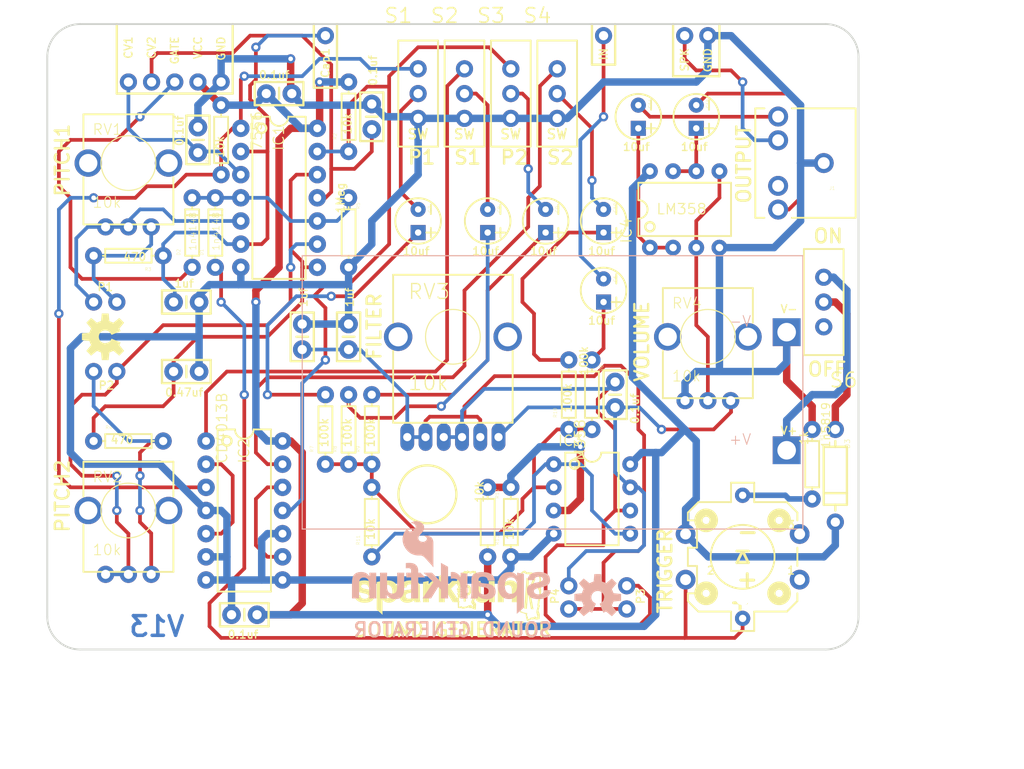
<source format=kicad_pcb>
(kicad_pcb (version 20211014) (generator pcbnew)
  (layers (0 "F.Cu" signal) (31 "B.Cu" signal) (34 "B.Paste" user) (35 "F.Paste" user) (36 "B.SilkS" user "B.Silkscreen") (37 "F.SilkS" user "F.Silkscreen") (38 "B.Mask" user) (39 "F.Mask" user) (44 "Edge.Cuts" user))
  (net 0 "")
  (net 1 "GND")
  (net 2 "VBATT")
  (net 3 "VREF")
  (net 4 "VCC")
  (net 5 "N$3")
  (net 6 "VCAP1")
  (net 7 "N$8")
  (net 8 "N$12")
  (net 9 "SUB1")
  (net 10 "SUB2")
  (net 11 "N$26")
  (net 12 "N$27")
  (net 13 "FILT-OUT")
  (net 14 "N$31")
  (net 15 "N$33")
  (net 16 "N$14")
  (net 17 "N$16")
  (net 18 "N$17")
  (net 19 "N$25")
  (net 20 "N$30")
  (net 21 "N")
  (net 22 "N$13")
  (net 23 "N$18")
  (net 24 "N$19")
  (net 25 "N$20")
  (net 26 "N$21")
  (net 27 "N$22")
  (net 28 "N$23")
  (net 29 "N$24")
  (net 30 "N$28")
  (net 31 "N$29")
  (net 32 "N$10")
  (net 33 "N$11")
  (net 34 "PITCH1")
  (net 35 "PITCH2")
  (net 36 "VCC1")
  (net 37 "VCC2")
  (net 38 "N$7")
  (net 39 "N$9")
  (net 40 "N$1")
  (net 41 "N$4")
  (net 42 "BUTTON")
  (net 43 "POT1")
  (net 44 "POT2")
  (footprint "boardEagle:1X01NS" (layer "F.Cu") (at 120.5611 77.0636)
    (fp_text reference "JP16" hide)
    (fp_text value "VCC" hide)
  )
  (footprint "boardEagle:STAND-OFF" (layer "F.Cu") (at 107.8611 74.5236)
    (fp_text reference "STANDOFF3" hide)
    (fp_text value "STAND-OFF" hide)
  )
  (footprint "boardEagle:1X01NS" (layer "F.Cu") (at 112.9411 77.0636)
    (fp_text reference "JP1" hide)
    (fp_text value "CV1" hide)
  )
  (footprint "boardEagle:AXIAL-0.3EZ" (layer "F.Cu") (at 163.7411 111.3536 -90)
    (fp_text reference "R6")
    (fp_text value "100k")
  )
  (footprint "boardEagle:DIODE-1N4148-KIT" (layer "F.Cu") (at 122.4661 93.5736 90)
    (fp_text reference "D1")
    (fp_text value "1n4148")
  )
  (footprint "boardEagle:POT_PANASONIC_DUAL_VERT_KIT" (layer "F.Cu") (at 148.5011 105.0036 -90)
    (fp_text reference "RV3")
    (fp_text value "10k")
  )
  (footprint "boardEagle:1X01NS" (layer "F.Cu") (at 109.1311 101.1936)
    (fp_text reference "JP3" hide)
    (fp_text value "P1" hide)
  )
  (footprint "boardEagle:CREATIVE_COMMONS" (layer "F.Cu") (at 128.1811 151.9936)
    (fp_text reference "FRAME1" hide)
    (fp_text value "FRAME-LEDGER" hide)
  )
  (footprint "boardEagle:1X01NS" (layer "F.Cu") (at 173.9011 71.9836 90)
    (fp_text reference "JP14" hide)
    (fp_text value "SPK" hide)
  )
  (footprint "boardEagle:STAND-OFF" (layer "F.Cu") (at 189.1411 74.5236)
    (fp_text reference "STANDOFF4" hide)
    (fp_text value "STAND-OFF" hide)
  )
  (footprint "boardEagle:1X01NS" (layer "F.Cu") (at 115.4811 77.0636)
    (fp_text reference "JP2" hide)
    (fp_text value "CV2" hide)
  )
  (footprint "boardEagle:ALPS_POT_KIT" (layer "F.Cu") (at 176.4411 105.0036 -90)
    (fp_text reference "RV4")
    (fp_text value "10k")
  )
  (footprint "boardEagle:CAP-PTH-SMALL-KIT" (layer "F.Cu") (at 166.2811 111.3536 -90)
    (fp_text reference "C11" hide)
    (fp_text value ".1uf" hide)
  )
  (footprint "boardEagle:AXIAL-0.3EZ" (layer "F.Cu") (at 139.6111 125.3236 90)
    (fp_text reference "R11")
    (fp_text value "10k")
  )
  (footprint "boardEagle:SWITCH-SPDT_KIT" (layer "F.Cu") (at 144.6911 78.3336)
    (fp_text reference "S1")
    (fp_text value "SPDT")
  )
  (footprint "boardEagle:1X01NS" (layer "F.Cu") (at 165.0111 71.9836)
    (fp_text reference "JP9" hide)
    (fp_text value "IN" hide)
  )
  (footprint "boardEagle:CPOL-RADIAL-10UF-25V-KIT" (layer "F.Cu") (at 152.3111 92.3036 -90)
    (fp_text reference "C8")
    (fp_text value "10uf/25V")
  )
  (footprint "boardEagle:DIP08-KIT" (layer "F.Cu") (at 163.7411 122.7836 -90)
    (fp_text reference "IC3")
    (fp_text value "LM358")
  )
  (footprint "boardEagle:AXIAL-0.3EZ" (layer "F.Cu") (at 134.5311 115.1636 90)
    (fp_text reference "R7")
    (fp_text value "100k")
  )
  (footprint "boardEagle:CPOL-RADIAL-10UF-25V-KIT" (layer "F.Cu") (at 168.8211 80.8736 -90)
    (fp_text reference "C14")
    (fp_text value "10uf/25V")
  )
  (footprint "boardEagle:1X01NS" (layer "F.Cu") (at 167.5511 134.8486 180)
    (fp_text reference "JP11" hide)
    (fp_text value "P3" hide)
  )
  (footprint "boardEagle:AXIAL-0.3EZ" (layer "F.Cu") (at 112.9411 116.4336)
    (fp_text reference "R4")
    (fp_text value "470")
  )
  (footprint "boardEagle:1X01NS" (layer "F.Cu") (at 123.1011 77.0636)
    (fp_text reference "JP17" hide)
    (fp_text value "GND" hide)
  )
  (footprint "boardEagle:DIODE-1N4148-KIT" (layer "F.Cu") (at 119.9261 93.5736 90)
    (fp_text reference "D2")
    (fp_text value "1n4148")
  )
  (footprint "boardEagle:STAND-OFF" (layer "F.Cu") (at 107.8611 135.4836)
    (fp_text reference "STANDOFF1" hide)
    (fp_text value "STAND-OFF" hide)
  )
  (footprint "boardEagle:TACTILE-PTH-LED-12MM-EZ" (layer "F.Cu") (at 180.2511 129.1336 180)
    (fp_text reference "S5" hide)
    (fp_text value "SWITCH-MOMENTARY-LEDEZ" hide)
  )
  (footprint "boardEagle:SWITCH-SPDT_KIT" (layer "F.Cu") (at 189.1411 101.1936 180)
    (fp_text reference "S6")
    (fp_text value "SPDT")
  )
  (footprint "boardEagle:AXIAL-0.3EZ" (layer "F.Cu") (at 187.8711 118.9736 -90)
    (fp_text reference "R14")
    (fp_text value "1k")
  )
  (footprint "boardEagle:CAP-PTH-SMALL-KIT" (layer "F.Cu") (at 131.9911 105.0036 -90)
    (fp_text reference "C12" hide)
    (fp_text value "1uf" hide)
  )
  (footprint "boardEagle:1X01NS" (layer "F.Cu") (at 176.4411 71.9836)
    (fp_text reference "JP15" hide)
    (fp_text value "GND" hide)
  )
  (footprint "boardEagle:CPOL-RADIAL-10UF-25V-KIT" (layer "F.Cu") (at 144.6911 92.3036 -90)
    (fp_text reference "C7")
    (fp_text value "10uf/25V")
  )
  (footprint "boardEagle:CPOL-RADIAL-10UF-25V-KIT" (layer "F.Cu") (at 158.6611 92.3036 -90)
    (fp_text reference "C9")
    (fp_text value "10uf/25V")
  )
  (footprint "boardEagle:CAP-PTH-SMALL-KIT" (layer "F.Cu") (at 129.4511 78.3336)
    (fp_text reference "C5" hide)
    (fp_text value ".1uf" hide)
  )
  (footprint "boardEagle:ALPS_POT_KIT" (layer "F.Cu") (at 112.9411 85.9536 -90)
    (fp_text reference "RV1")
    (fp_text value "10k")
  )
  (footprint "boardEagle:1X01NS" (layer "F.Cu") (at 111.6711 108.8136)
    (fp_text reference "JP5" hide)
    (fp_text value "P2" hide)
  )
  (footprint "boardEagle:AUDIO-JACK-KIT" (layer "F.Cu") (at 189.1411 85.9536 180)
    (fp_text reference "J1")
    (fp_text value "AUDIO-JACK2KIT")
  )
  (footprint "boardEagle:DIL14-KIT" (layer "F.Cu") (at 125.6411 125.3236 -90)
    (fp_text reference "IC2")
    (fp_text value "CD4013B")
  )
  (footprint "boardEagle:CAP-PTH-SMALL-KIT" (layer "F.Cu") (at 120.5611 83.4136 90)
    (fp_text reference "C1" hide)
    (fp_text value ".1uf" hide)
  )
  (footprint "boardEagle:1X01NS" (layer "F.Cu") (at 118.0211 77.0636)
    (fp_text reference "JP8" hide)
    (fp_text value "GATE" hide)
  )
  (footprint "boardEagle:DIODE-1N4001-KIT" (layer "F.Cu") (at 190.4111 120.2436 -90)
    (fp_text reference "D3")
    (fp_text value "1n5819")
  )
  (footprint "boardEagle:AXIAL-0.3EZ" (layer "F.Cu") (at 154.8511 125.3236 90)
    (fp_text reference "R13")
    (fp_text value "10k")
  )
  (footprint "boardEagle:CAP-PTH-SMALL-KIT" (layer "F.Cu") (at 119.2911 101.1936 180)
    (fp_text reference "C3" hide)
    (fp_text value "1uf" hide)
  )
  (footprint "boardEagle:AXIAL-0.3EZ" (layer "F.Cu") (at 152.3111 125.3236 -90)
    (fp_text reference "R12")
    (fp_text value "10k")
  )
  (footprint "boardEagle:CAP-PTH-SMALL-KIT" (layer "F.Cu") (at 119.2911 108.8136)
    (fp_text reference "C4" hide)
    (fp_text value ".47uf" hide)
  )
  (footprint "boardEagle:CPOL-RADIAL-10UF-25V-KIT" (layer "F.Cu") (at 165.0111 92.3036 -90)
    (fp_text reference "C10")
    (fp_text value "10uf/25V")
  )
  (footprint "boardEagle:1X01NS" (layer "F.Cu") (at 161.2011 132.3086 180)
    (fp_text reference "JP13" hide)
    (fp_text value "P4" hide)
  )
  (footprint "boardEagle:CPOL-RADIAL-10UF-25V-KIT" (layer "F.Cu") (at 165.0111 99.9236 -90)
    (fp_text reference "C6")
    (fp_text value "10uf/25V")
  )
  (footprint "boardEagle:SWITCH-SPDT_KIT" (layer "F.Cu") (at 159.9311 78.3336)
    (fp_text reference "S4")
    (fp_text value "SPDT")
  )
  (footprint "boardEagle:AXIAL-0.3EZ" (layer "F.Cu") (at 137.0711 115.1636 90)
    (fp_text reference "R8")
    (fp_text value "100k")
  )
  (footprint "boardEagle:AXIAL-0.3EZ" (layer "F.Cu") (at 139.6111 115.1636 90)
    (fp_text reference "R9")
    (fp_text value "100k")
  )
  (footprint "boardEagle:SPARKPUNK_LOGO_.1" (layer "F.Cu") (at 137.7061 134.2136)
    (fp_text reference "LOGO2" hide)
    (fp_text value "SPARKPUNK_LOGO.1INCH_TALL" hide)
  )
  (footprint "boardEagle:CAP-PTH-SMALL-KIT" (layer "F.Cu") (at 137.0711 105.0036 90)
    (fp_text reference "C13" hide)
    (fp_text value "1uf" hide)
  )
  (footprint "boardEagle:OSHW-LOGO-M" (layer "F.Cu") (at 110.4011 105.0036 90)
    (fp_text reference "LOGO3" hide)
    (fp_text value "OSHW-LOGOM" hide)
  )
  (footprint "boardEagle:AXIAL-0.3EZ" (layer "F.Cu") (at 137.0711 80.8736 90)
    (fp_text reference "R2")
    (fp_text value "10k")
  )
  (footprint "boardEagle:AXIAL-0.3EZ" (layer "F.Cu") (at 123.1011 83.4136 90)
    (fp_text reference "R1")
    (fp_text value "10k")
  )
  (footprint "boardEagle:CPOL-RADIAL-10UF-25V-KIT" (layer "F.Cu") (at 175.1711 80.8736 -90)
    (fp_text reference "C15")
    (fp_text value "10uf/25V")
  )
  (footprint "boardEagle:ALPS_POT_KIT" (layer "F.Cu") (at 112.9411 124.0536 -90)
    (fp_text reference "RV2")
    (fp_text value "10k")
  )
  (footprint "boardEagle:AXIAL-0.3EZ" (layer "F.Cu") (at 161.2011 111.3536 90)
    (fp_text reference "R10")
    (fp_text value "100k")
  )
  (footprint "boardEagle:AXIAL-0.3EZ" (layer "F.Cu") (at 137.0711 93.5736 -90)
    (fp_text reference "R5")
    (fp_text value "1Meg")
  )
  (footprint "boardEagle:1X01NS" (layer "F.Cu") (at 109.1311 108.8136)
    (fp_text reference "JP6" hide)
    (fp_text value "P2" hide)
  )
  (footprint "boardEagle:CAP-PTH-SMALL-KIT" (layer "F.Cu") (at 139.6111 80.8736 90)
    (fp_text reference "C2" hide)
    (fp_text value ".1uf" hide)
  )
  (footprint "boardEagle:AXIAL-0.3EZ" (layer "F.Cu") (at 112.9411 96.1136 180)
    (fp_text reference "R3")
    (fp_text value "470")
  )
  (footprint "boardEagle:SWITCH-SPDT_KIT" (layer "F.Cu") (at 149.7711 78.3336)
    (fp_text reference "S2")
    (fp_text value "SPDT")
  )
  (footprint "boardEagle:DIL14-KIT" (layer "F.Cu") (at 129.4511 91.0336 -90)
    (fp_text reference "IC1")
    (fp_text value "7556")
  )
  (footprint "boardEagle:1X01NS" (layer "F.Cu") (at 167.5511 132.3086 180)
    (fp_text reference "JP10" hide)
    (fp_text value "P3" hide)
  )
  (footprint "boardEagle:1X01NS" (layer "F.Cu") (at 134.5311 71.9836)
    (fp_text reference "JP7" hide)
    (fp_text value "CAP1" hide)
  )
  (footprint "boardEagle:1X01NS" (layer "F.Cu") (at 161.2011 134.8486 180)
    (fp_text reference "JP12" hide)
    (fp_text value "P4" hide)
  )
  (footprint "boardEagle:SWITCH-SPDT_KIT" (layer "F.Cu") (at 154.8511 78.3336)
    (fp_text reference "S3")
    (fp_text value "SPDT")
  )
  (footprint "boardEagle:CAP-PTH-SMALL-KIT" (layer "F.Cu") (at 125.6411 135.4836 180)
    (fp_text reference "C16" hide)
    (fp_text value ".1uf" hide)
  )
  (footprint "boardEagle:1X01NS" (layer "F.Cu") (at 111.6711 101.1936)
    (fp_text reference "JP4" hide)
    (fp_text value "P1" hide)
  )
  (footprint "boardEagle:STAND-OFF" (layer "F.Cu") (at 189.1411 135.4836)
    (fp_text reference "STANDOFF2" hide)
    (fp_text value "STAND-OFF" hide)
  )
  (footprint "boardEagle:DIP08-KIT" (layer "F.Cu") (at 173.9011 91.0336)
    (fp_text reference "IC4")
    (fp_text value "LM358")
  )
  (footprint "boardEagle:BC9VPC_KIT" (layer "B.Cu") (at 131.9911 96.1136)
    (fp_text reference "BAT1" hide)
    (fp_text value "9V" hide)
  )
  (footprint "boardEagle:OSHW-LOGO-M" (layer "B.Cu") (at 164.3761 133.5786 180)
    (fp_text reference "LOGO4" hide)
    (fp_text value "OSHW-LOGOM" hide)
  )
  (footprint "boardEagle:SFE_LOGO_NAME_FLAME_.2" (layer "B.Cu") (at 159.9311 135.4836 180)
    (fp_text reference "LOGO1" hide)
    (fp_text value "SFE_LOGO_NAME_FLAME.2_INCH" hide)
  )
  (gr_line (start 124.3711 78.3336) (end 124.3711 70.7136) (layer "F.SilkS") (width 0.254))
  (gr_line (start 172.6311 76.4286) (end 177.7111 76.4286) (layer "F.SilkS") (width 0.254))
  (gr_circle (center 145.7071 122.2756) (end 148.8821 122.2756) (layer "F.SilkS") (width 0.254) (fill none))
  (gr_line (start 111.6711 70.7136) (end 111.6711 78.3336) (layer "F.SilkS") (width 0.254))
  (gr_line (start 133.2611 77.6986) (end 135.8011 77.6986) (layer "F.SilkS") (width 0.254))
  (gr_line (start 133.2611 70.7136) (end 133.2611 77.6986) (layer "F.SilkS") (width 0.254))
  (gr_line (start 163.7411 70.7136) (end 163.7411 75.1586) (layer "F.SilkS") (width 0.254))
  (gr_line (start 177.7111 76.4286) (end 177.7111 70.7136) (layer "F.SilkS") (width 0.254))
  (gr_line (start 172.6311 70.7136) (end 172.6311 76.4286) (layer "F.SilkS") (width 0.254))
  (gr_line (start 111.6711 78.3336) (end 124.3711 78.3336) (layer "F.SilkS") (width 0.254))
  (gr_line (start 166.2811 70.7136) (end 166.2811 75.1586) (layer "F.SilkS") (width 0.254))
  (gr_line (start 163.7411 75.1586) (end 166.2811 75.1586) (layer "F.SilkS") (width 0.254))
  (gr_line (start 135.8011 70.7136) (end 135.8011 77.6986) (layer "F.SilkS") (width 0.254))
  (gr_arc (start 107.6432 139.2936) (mid 105.103202 138.241498) (end 104.0511 135.7015) (layer "Edge.Cuts") (width 0.2032))
  (gr_line (start 107.6432 139.2936) (end 189.359 139.2936) (layer "Edge.Cuts") (width 0.2032))
  (gr_arc (start 189.359 70.7136) (mid 191.898998 71.765702) (end 192.9511 74.3057) (layer "Edge.Cuts") (width 0.2032))
  (gr_line (start 189.359 70.7136) (end 107.6432 70.7136) (layer "Edge.Cuts") (width 0.2032))
  (gr_arc (start 104.0511 74.3057) (mid 105.103202 71.765702) (end 107.6432 70.7136) (layer "Edge.Cuts") (width 0.2032))
  (gr_line (start 104.0511 74.3057) (end 104.0511 135.7015) (layer "Edge.Cuts") (width 0.2032))
  (gr_arc (start 192.9511 135.7015) (mid 191.898998 138.241498) (end 189.359 139.2936) (layer "Edge.Cuts") (width 0.2032))
  (gr_line (start 192.9511 135.7015) (end 192.9511 74.3057) (layer "Edge.Cuts") (width 0.2032))
  (gr_text "V13" (at 119.2911 138.0236) (layer "B.Cu") (effects (font (size 2.159 2.159) (thickness 0.381)) (justify left bottom mirror)))
  (gr_text "SOUND GENERATOR" (at 148.5011 138.0236) (layer "B.SilkS") (effects (font (size 1.5113 1.5113) (thickness 0.2667)) (justify bottom mirror)))
  (gr_text "10uf" (at 163.2331 96.1136) (layer "F.SilkS") (effects (font (size 0.8636 0.8636) (thickness 0.1524)) (justify left bottom)))
  (gr_text "10uf" (at 156.8831 96.1136) (layer "F.SilkS") (effects (font (size 0.8636 0.8636) (thickness 0.1524)) (justify left bottom)))
  (gr_text "P4" (at 160.1851 133.4516 90) (layer "F.SilkS") (effects (font (size 0.8636 0.8636) (thickness 0.1524)) (justify bottom)))
  (gr_text "SOUND GENERATOR" (at 148.5011 138.0236) (layer "F.SilkS") (effects (font (size 1.5113 1.5113) (thickness 0.2667)) (justify bottom)))
  (gr_text "0.47uf" (at 116.8781 111.6076) (layer "F.SilkS") (effects (font (size 0.8636 0.8636) (thickness 0.1524)) (justify left bottom)))
  (gr_text "V+" (at 185.3311 115.7986) (layer "F.SilkS") (effects (font (size 0.8636 0.8636) (thickness 0.1524)) (justify bottom)))
  (gr_text "Cap1" (at 134.5311 73.2536 90) (layer "F.SilkS") (effects (font (size 0.8636 0.8636) (thickness 0.1524)) (justify right)))
  (gr_text "0.1uf" (at 168.9481 114.6556 90) (layer "F.SilkS") (effects (font (size 0.8636 0.8636) (thickness 0.1524)) (justify left bottom)))
  (gr_text "P2" (at 153.5811 86.2076) (layer "F.SilkS") (effects (font (size 1.5113 1.5113) (thickness 0.2667)) (justify left bottom)))
  (gr_text "V-" (at 185.3311 102.4636) (layer "F.SilkS") (effects (font (size 0.8636 0.8636) (thickness 0.1524)) (justify bottom)))
  (gr_text "TRIGGER" (at 172.6311 135.4836 90) (layer "F.SilkS") (effects (font (size 1.5113 1.5113) (thickness 0.2667)) (justify left bottom)))
  (gr_text "1uf" (at 137.7061 101.8286 90) (layer "F.SilkS") (effects (font (size 0.8636 0.8636) (thickness 0.1524)) (justify left bottom)))
  (gr_text "PITCH2" (at 106.5911 126.5936 90) (layer "F.SilkS") (effects (font (size 1.5113 1.5113) (thickness 0.2667)) (justify left bottom)))
  (gr_text "VOLUME" (at 170.0911 110.0836 90) (layer "F.SilkS") (effects (font (size 1.5113 1.5113) (thickness 0.2667)) (justify left bottom)))
  (gr_text "GND" (at 176.4411 73.2536 90) (layer "F.SilkS") (effects (font (size 0.8636 0.8636) (thickness 0.1524)) (justify right)))
  (gr_text "1uf" (at 117.8941 99.6696) (layer "F.SilkS") (effects (font (size 0.8636 0.8636) (thickness 0.1524)) (justify left bottom)))
  (gr_text "P1" (at 110.4011 100.0506) (layer "F.SilkS") (effects (font (size 0.8636 0.8636) (thickness 0.1524)) (justify bottom)))
  (gr_text "1uf" (at 132.6261 101.8286 90) (layer "F.SilkS") (effects (font (size 0.8636 0.8636) (thickness 0.1524)) (justify left bottom)))
  (gr_text "P3" (at 169.5831 133.4516 90) (layer "F.SilkS") (effects (font (size 0.8636 0.8636) (thickness 0.1524)) (justify bottom)))
  (gr_text "P2" (at 110.5281 110.8456) (layer "F.SilkS") (effects (font (size 0.8636 0.8636) (thickness 0.1524)) (justify bottom)))
  (gr_text "10uf" (at 163.2331 103.7336) (layer "F.SilkS") (effects (font (size 0.8636 0.8636) (thickness 0.1524)) (justify left bottom)))
  (gr_text "SW" (at 143.4211 83.4136) (layer "F.SilkS") (effects (font (size 1.0795 1.0795) (thickness 0.1905)) (justify left bottom)))
  (gr_text "P1" (at 143.4211 86.2076) (layer "F.SilkS") (effects (font (size 1.5113 1.5113) (thickness 0.2667)) (justify left bottom)))
  (gr_text "10uf" (at 150.5331 96.1136) (layer "F.SilkS") (effects (font (size 0.8636 0.8636) (thickness 0.1524)) (justify left bottom)))
  (gr_text "OFF" (at 187.2361 109.4486) (layer "F.SilkS") (effects (font (size 1.5113 1.5113) (thickness 0.2667)) (justify left bottom)))
  (gr_text "ON" (at 187.8711 94.8436) (layer "F.SilkS") (effects (font (size 1.5113 1.5113) (thickness 0.2667)) (justify left bottom)))
  (gr_text "0.1uf" (at 140.2461 77.5716 90) (layer "F.SilkS") (effects (font (size 0.8636 0.8636) (thickness 0.1524)) (justify left bottom)))
  (gr_text "SPK" (at 173.9011 73.2536 90) (layer "F.SilkS") (effects (font (size 0.8636 0.8636) (thickness 0.1524)) (justify right)))
  (gr_text "GND" (at 123.1011 71.9836 90) (layer "F.SilkS") (effects (font (size 0.8636 0.8636) (thickness 0.1524)) (justify right)))
  (gr_text "10uf" (at 142.9131 96.1136) (layer "F.SilkS") (effects (font (size 0.8636 0.8636) (thickness 0.1524)) (justify left bottom)))
  (gr_text "IN" (at 165.0111 73.2536 90) (layer "F.SilkS") (effects (font (size 0.8636 0.8636) (thickness 0.1524)) (justify right)))
  (gr_text "S2" (at 158.6611 86.2076) (layer "F.SilkS") (effects (font (size 1.5113 1.5113) (thickness 0.2667)) (justify left bottom)))
  (gr_text "SW" (at 153.5811 83.4136) (layer "F.SilkS") (effects (font (size 1.0795 1.0795) (thickness 0.1905)) (justify left bottom)))
  (gr_text "GATE" (at 118.0211 71.9836 90) (layer "F.SilkS") (effects (font (size 0.8636 0.8636) (thickness 0.1524)) (justify right)))
  (gr_text "10uf" (at 173.3931 84.6836) (layer "F.SilkS") (effects (font (size 0.8636 0.8636) (thickness 0.1524)) (justify left bottom)))
  (gr_text "0.1uf" (at 127.1651 76.8096) (layer "F.SilkS") (effects (font (size 0.8636 0.8636) (thickness 0.1524)) (justify left bottom)))
  (gr_text "SW" (at 148.5011 83.4136) (layer "F.SilkS") (effects (font (size 1.0795 1.0795) (thickness 0.1905)) (justify left bottom)))
  (gr_text "OUTPUT" (at 181.2671 90.5256 90) (layer "F.SilkS") (effects (font (size 1.5113 1.5113) (thickness 0.2667)) (justify left bottom)))
  (gr_text "SW" (at 158.6611 83.4136) (layer "F.SilkS") (effects (font (size 1.0795 1.0795) (thickness 0.1905)) (justify left bottom)))
  (gr_text "S1" (at 148.5011 86.2076) (layer "F.SilkS") (effects (font (size 1.5113 1.5113) (thickness 0.2667)) (justify left bottom)))
  (gr_text "10uf" (at 167.0431 84.6836) (layer "F.SilkS") (effects (font (size 0.8636 0.8636) (thickness 0.1524)) (justify left bottom)))
  (gr_text "FILTER" (at 140.7541 107.6706 90) (layer "F.SilkS") (effects (font (size 1.5113 1.5113) (thickness 0.2667)) (justify left bottom)))
  (gr_text "CV2" (at 115.4811 71.9836 90) (layer "F.SilkS") (effects (font (size 0.8636 0.8636) (thickness 0.1524)) (justify right)))
  (gr_text "0.1uf" (at 123.7361 138.1506) (layer "F.SilkS") (effects (font (size 0.8636 0.8636) (thickness 0.1524)) (justify left bottom)))
  (gr_text "0.1uf" (at 119.0371 84.1756 90) (layer "F.SilkS") (effects (font (size 0.8636 0.8636) (thickness 0.1524)) (justify left bottom)))
  (gr_text "CV1" (at 112.9411 71.9836 90) (layer "F.SilkS") (effects (font (size 0.8636 0.8636) (thickness 0.1524)) (justify right)))
  (gr_text "PITCH1" (at 106.5911 89.7636 90) (layer "F.SilkS") (effects (font (size 1.5113 1.5113) (thickness 0.2667)) (justify left bottom)))
  (gr_text "VCC" (at 120.5611 71.9836 90) (layer "F.SilkS") (effects (font (size 0.8636 0.8636) (thickness 0.1524)) (justify right)))
  (segment (start 130.8481 78.3336) (end 130.7211 78.2066) (width 0.4064) (layer "F.Cu") (net 1))
  (segment (start 185.0771 109.8296) (end 185.0771 104.4956) (width 0.8128) (layer "F.Cu") (net 1))
  (segment (start 185.0771 109.8296) (end 187.8711 112.6236) (width 0.8128) (layer "F.Cu") (net 1))
  (segment (start 187.8711 115.1636) (end 187.8711 112.6236) (width 0.8128) (layer "F.Cu") (net 1))
  (segment (start 130.7211 78.2066) (end 130.7211 74.5236) (width 0.8128) (layer "F.Cu") (net 1))
  (via (at 130.7211 74.5236) (size 1.016) (drill 0.508) (layers "F.Cu" "B.Cu") (net 1))
  (segment (start 125.0061 99.2886) (end 137.0711 99.2886) (width 0.8128) (layer "B.Cu") (net 1))
  (segment (start 141.0081 80.8736) (end 144.5133 80.8736) (width 0.8128) (layer "B.Cu") (net 1))
  (segment (start 124.3711 131.6736) (end 127.5461 131.6736) (width 0.8128) (layer "B.Cu") (net 1))
  (segment (start 123.7361 124.6886) (end 123.1011 124.0536) (width 0.8128) (layer "B.Cu") (net 1))
  (segment (start 177.7111 108.8136) (end 184.0611 108.8136) (width 0.8128) (layer "B.Cu") (net 1))
  (segment (start 178.9811 71.9836) (end 186.6011 79.6036) (width 0.8128) (layer "B.Cu") (net 1))
  (segment (start 123.7361 131.6736) (end 123.7361 129.1336) (width 0.8128) (layer "B.Cu") (net 1))
  (segment (start 120.5611 79.6036) (end 123.1011 77.0636) (width 0.8128) (layer "B.Cu") (net 1))
  (segment (start 120.6881 101.1936) (end 120.6881 105.0036) (width 0.8128) (layer "B.Cu") (net 1))
  (segment (start 106.5911 117.7036) (end 106.5911 106.2736) (width 0.8128) (layer "B.Cu") (net 1))
  (segment (start 121.4501 129.1336) (end 123.7361 129.1336) (width 0.8128) (layer "B.Cu") (net 1))
  (segment (start 124.2441 131.8006) (end 124.3711 131.6736) (width 0.6096) (layer "B.Cu") (net 1))
  (segment (start 154.8511 81.0514) (end 159.9311 81.0514) (width 0.8128) (layer "B.Cu") (net 1))
  (segment (start 177.7111 95.2246) (end 177.7111 108.8136) (width 0.8128) (layer "B.Cu") (net 1))
  (segment (start 137.0711 99.2886) (end 137.0711 103.6066) (width 0.8128) (layer "B.Cu") (net 1))
  (segment (start 121.4501 131.6736) (end 123.7361 131.6736) (width 0.8128) (layer "B.Cu") (net 1))
  (segment (start 139.6111 94.8436) (end 137.0711 97.3836) (width 0.8128) (layer "B.Cu") (net 1))
  (segment (start 120.6881 101.1936) (end 120.6881 100.4316) (width 0.8128) (layer "B.Cu") (net 1))
  (segment (start 123.1011 124.0536) (end 121.4501 124.0536) (width 0.8128) (layer "B.Cu") (net 1))
  (segment (start 130.8481 78.4606) (end 131.9911 79.6036) (width 0.8128) (layer "B.Cu") (net 1))
  (segment (start 175.1711 77.0636) (end 176.4411 75.7936) (width 0.8128) (layer "B.Cu") (net 1))
  (segment (start 176.4411 71.9836) (end 178.9811 71.9836) (width 0.8128) (layer "B.Cu") (net 1))
  (segment (start 107.8611 118.9736) (end 106.5911 117.7036) (width 0.8128) (layer "B.Cu") (net 1))
  (segment (start 125.2601 97.3836) (end 125.2601 99.0346) (width 0.8128) (layer "B.Cu") (net 1))
  (segment (start 159.5501 126.5936) (end 157.0101 129.1336) (width 0.8128) (layer "B.Cu") (net 1))
  (segment (start 144.6911 81.0514) (end 149.7711 81.0514) (width 0.8128) (layer "B.Cu") (net 1))
  (segment (start 159.9311 81.0514) (end 161.0233 81.0514) (width 0.8128) (layer "B.Cu") (net 1))
  (segment (start 131.9911 103.6066) (end 137.0711 103.6066) (width 0.8128) (layer "B.Cu") (net 1))
  (segment (start 186.6011 92.3036) (end 186.6011 85.9536) (width 0.8128) (layer "B.Cu") (net 1))
  (segment (start 144.6911 81.0514) (end 144.5133 80.8736) (width 0.6096) (layer "B.Cu") (net 1))
  (segment (start 139.6111 79.4766) (end 139.4841 79.6036) (width 0.8128) (layer "B.Cu") (net 1))
  (segment (start 107.8611 105.0036) (end 120.6881 105.0036) (width 0.8128) (layer "B.Cu") (net 1))
  (segment (start 176.4411 75.7936) (end 176.4411 71.9836) (width 0.8128) (layer "B.Cu") (net 1))
  (segment (start 144.6911 81.0514) (end 144.6911 87.2236) (width 0.8128) (layer "B.Cu") (net 1))
  (segment (start 137.0711 97.3836) (end 137.0711 99.2886) (width 0.8128) (layer "B.Cu") (net 1))
  (segment (start 120.6881 100.4316) (end 121.8311 99.2886) (width 0.8128) (layer "B.Cu") (net 1))
  (segment (start 144.6911 87.2236) (end 139.6111 92.3036) (width 0.8128) (layer "B.Cu") (net 1))
  (segment (start 120.6881 105.0036) (end 120.6881 108.8136) (width 0.8128) (layer "B.Cu") (net 1))
  (segment (start 106.5911 106.2736) (end 107.8611 105.0036) (width 0.8128) (layer "B.Cu") (net 1))
  (segment (start 129.8321 131.6736) (end 153.5811 131.6736) (width 0.8128) (layer "B.Cu") (net 1))
  (segment (start 165.0111 77.0636) (end 175.1711 77.0636) (width 0.8128) (layer "B.Cu") (net 1))
  (segment (start 186.6011 79.6036) (end 186.6011 85.9536) (width 0.8128) (layer "B.Cu") (net 1))
  (segment (start 125.2601 99.0346) (end 125.0061 99.2886) (width 0.8128) (layer "B.Cu") (net 1))
  (segment (start 128.1811 126.5936) (end 129.8321 126.5936) (width 0.8128) (layer "B.Cu") (net 1))
  (segment (start 123.1011 74.5236) (end 130.7211 74.5236) (width 0.8128) (layer "B.Cu") (net 1))
  (segment (start 120.5611 82.0166) (end 120.5611 79.6036) (width 0.8128) (layer "B.Cu") (net 1))
  (segment (start 127.5461 127.2286) (end 128.1811 126.5936) (width 0.8128) (layer "B.Cu") (net 1))
  (segment (start 177.7111 95.2246) (end 183.6801 95.2246) (width 0.8128) (layer "B.Cu") (net 1))
  (segment (start 123.7361 131.6736) (end 124.3711 131.6736) (width 0.6096) (layer "B.Cu") (net 1))
  (segment (start 154.8511 129.1336) (end 154.8511 130.4036) (width 0.8128) (layer "B.Cu") (net 1))
  (segment (start 161.0233 81.0514) (end 165.0111 77.0636) (width 0.8128) (layer "B.Cu") (net 1))
  (segment (start 129.8321 131.6736) (end 127.5461 131.6736) (width 0.8128) (layer "B.Cu") (net 1))
  (segment (start 183.6801 95.2246) (end 186.6011 92.3036) (width 0.8128) (layer "B.Cu") (net 1))
  (segment (start 116.3701 118.9736) (end 121.4501 124.0536) (width 0.8128) (layer "B.Cu") (net 1))
  (segment (start 107.8611 118.9736) (end 116.3701 118.9736) (width 0.8128) (layer "B.Cu") (net 1))
  (segment (start 127.5461 131.6736) (end 127.5461 127.2286) (width 0.8128) (layer "B.Cu") (net 1))
  (segment (start 123.1011 74.5236) (end 123.1011 77.0636) (width 0.8128) (layer "B.Cu") (net 1))
  (segment (start 157.0101 129.1336) (end 154.8511 129.1336) (width 0.8128) (layer "B.Cu") (net 1))
  (segment (start 173.9411 110.0436) (end 175.1711 108.8136) (width 0.8128) (layer "B.Cu") (net 1))
  (segment (start 144.6911 81.0514) (end 144.6911 83.4136) (width 0.8128) (layer "B.Cu") (net 1))
  (segment (start 154.8511 130.4036) (end 153.5811 131.6736) (width 0.8128) (layer "B.Cu") (net 1))
  (segment (start 139.6111 79.4766) (end 141.0081 80.8736) (width 0.8128) (layer "B.Cu") (net 1))
  (segment (start 173.9411 112.0036) (end 173.9411 110.0436) (width 0.8128) (layer "B.Cu") (net 1))
  (segment (start 123.7361 129.1336) (end 123.7361 124.6886) (width 0.8128) (layer "B.Cu") (net 1))
  (segment (start 124.2441 135.4836) (end 124.2441 131.8006) (width 0.8128) (layer "B.Cu") (net 1))
  (segment (start 186.6011 85.9536) (end 189.1411 85.9536) (width 0.8128) (layer "B.Cu") (net 1))
  (segment (start 175.1711 108.8136) (end 177.7111 108.8136) (width 0.8128) (layer "B.Cu") (net 1))
  (segment (start 131.9911 79.6036) (end 139.4841 79.6036) (width 0.8128) (layer "B.Cu") (net 1))
  (segment (start 149.7711 81.0514) (end 154.8511 81.0514) (width 0.8128) (layer "B.Cu") (net 1))
  (segment (start 130.8481 78.3336) (end 130.8481 78.4606) (width 0.8128) (layer "B.Cu") (net 1))
  (segment (start 184.0611 108.8136) (end 185.0771 107.7976) (width 0.8128) (layer "B.Cu") (net 1))
  (segment (start 185.0771 107.7976) (end 185.0771 104.4956) (width 0.8128) (layer "B.Cu") (net 1))
  (segment (start 139.6111 92.3036) (end 139.6111 94.8436) (width 0.8128) (layer "B.Cu") (net 1))
  (segment (start 121.8311 99.2886) (end 125.0061 99.2886) (width 0.8128) (layer "B.Cu") (net 1))
  (segment (start 191.6811 99.9236) (end 191.6811 110.0836) (width 0.8128) (layer "B.Cu") (net 2))
  (segment (start 189.1411 98.4758) (end 190.2333 98.4758) (width 0.8128) (layer "B.Cu") (net 2))
  (segment (start 190.2333 98.4758) (end 191.6811 99.9236) (width 0.8128) (layer "B.Cu") (net 2))
  (segment (start 187.8711 111.3536) (end 190.4111 111.3536) (width 0.8128) (layer "B.Cu") (net 2))
  (segment (start 185.0771 114.1476) (end 187.8711 111.3536) (width 0.8128) (layer "B.Cu") (net 2))
  (segment (start 190.4111 111.3536) (end 191.6811 110.0836) (width 0.8128) (layer "B.Cu") (net 2))
  (segment (start 185.0771 117.4496) (end 185.0771 114.1476) (width 0.8128) (layer "B.Cu") (net 2))
  (segment (start 161.2011 124.0536) (end 159.5501 124.0536) (width 0.8128) (layer "F.Cu") (net 3))
  (segment (start 162.4711 117.0686) (end 162.4711 122.7836) (width 0.8128) (layer "F.Cu") (net 3))
  (segment (start 162.4711 122.7836) (end 161.2011 124.0536) (width 0.8128) (layer "F.Cu") (net 3))
  (segment (start 152.3111 121.5136) (end 154.8511 121.5136) (width 0.8128) (layer "F.Cu") (net 3))
  (via (at 162.4711 117.0686) (size 1.016) (drill 0.508) (layers "F.Cu" "B.Cu") (net 3))
  (segment (start 154.8511 120.2436) (end 158.0261 117.0686) (width 0.8128) (layer "B.Cu") (net 3))
  (segment (start 158.0261 117.0686) (end 162.4711 117.0686) (width 0.8128) (layer "B.Cu") (net 3))
  (segment (start 154.8511 121.5136) (end 154.8511 120.2436) (width 0.8128) (layer "B.Cu") (net 3))
  (segment (start 131.9911 117.7036) (end 131.9911 134.2136) (width 0.8128) (layer "F.Cu") (net 4))
  (segment (start 126.9111 99.9236) (end 129.4511 97.3836) (width 0.8128) (layer "F.Cu") (net 4))
  (segment (start 129.4511 97.3836) (end 129.4511 83.4136) (width 0.8128) (layer "F.Cu") (net 4))
  (segment (start 130.7211 82.1436) (end 133.6421 82.1436) (width 0.8128) (layer "F.Cu") (net 4))
  (segment (start 130.7211 135.4836) (end 127.0381 135.4836) (width 0.8128) (layer "F.Cu") (net 4))
  (segment (start 133.8961 81.8896) (end 133.6421 82.1436) (width 0.8128) (layer "F.Cu") (net 4))
  (segment (start 131.9911 134.2136) (end 130.7211 135.4836) (width 0.8128) (layer "F.Cu") (net 4))
  (segment (start 133.8961 77.0636) (end 133.8961 81.8896) (width 0.8128) (layer "F.Cu") (net 4))
  (segment (start 126.9111 101.1936) (end 126.9111 99.9236) (width 0.8128) (layer "F.Cu") (net 4))
  (segment (start 129.8321 116.4336) (end 130.7211 116.4336) (width 0.8128) (layer "F.Cu") (net 4))
  (segment (start 130.7211 116.4336) (end 131.9911 117.7036) (width 0.8128) (layer "F.Cu") (net 4))
  (segment (start 152.3111 129.1336) (end 152.3111 135.4836) (width 0.8128) (layer "F.Cu") (net 4))
  (segment (start 123.1011 79.6036) (end 120.5611 77.0636) (width 0.8128) (layer "F.Cu") (net 4))
  (segment (start 130.7211 82.1436) (end 129.4511 83.4136) (width 0.8128) (layer "F.Cu") (net 4))
  (via (at 126.9111 101.1936) (size 1.016) (drill 0.508) (layers "F.Cu" "B.Cu") (net 4))
  (via (at 133.8961 77.0636) (size 1.016) (drill 0.508) (layers "F.Cu" "B.Cu") (net 4))
  (via (at 152.3111 135.4836) (size 1.016) (drill 0.508) (layers "F.Cu" "B.Cu") (net 4))
  (segment (start 189.1411 129.1336) (end 176.5011 129.1336) (width 0.8128) (layer "B.Cu") (net 4))
  (segment (start 133.8961 77.0636) (end 137.0711 77.0636) (width 0.8128) (layer "B.Cu") (net 4))
  (segment (start 126.9111 115.1636) (end 126.9111 101.1936) (width 0.8128) (layer "B.Cu") (net 4))
  (segment (start 174.0011 123.8936) (end 175.1711 122.7236) (width 0.8128) (layer "B.Cu") (net 4))
  (segment (start 170.0911 86.8426) (end 168.1861 88.7476) (width 0.8128) (layer "B.Cu") (net 4))
  (segment (start 190.4111 127.8636) (end 189.1411 129.1336) (width 0.8128) (layer "B.Cu") (net 4))
  (segment (start 131.8641 82.1436) (end 133.6421 82.1436) (width 0.8128) (layer "B.Cu") (net 4))
  (segment (start 128.0541 78.3336) (end 131.8641 82.1436) (width 0.8128) (layer "B.Cu") (net 4))
  (segment (start 128.1811 116.4336) (end 126.9111 115.1636) (width 0.8128) (layer "B.Cu") (net 4))
  (segment (start 129.8321 116.4336) (end 128.1811 116.4336) (width 0.8128) (layer "B.Cu") (net 4))
  (segment (start 167.9321 118.9736) (end 169.2021 117.7036) (width 0.8128) (layer "B.Cu") (net 4))
  (segment (start 190.4111 125.3236) (end 190.4111 127.8636) (width 0.8128) (layer "B.Cu") (net 4))
  (segment (start 153.5811 136.7536) (end 169.4561 136.7536) (width 0.8128) (layer "B.Cu") (net 4))
  (segment (start 174.0011 126.6336) (end 176.5011 129.1336) (width 0.8128) (layer "B.Cu") (net 4))
  (segment (start 128.0541 78.4606) (end 128.0541 78.3336) (width 0.4064) (layer "B.Cu") (net 4))
  (segment (start 127.0381 135.4836) (end 152.3111 135.4836) (width 0.8128) (layer "B.Cu") (net 4))
  (segment (start 173.9011 115.1636) (end 168.1861 109.4486) (width 0.8128) (layer "B.Cu") (net 4))
  (segment (start 152.3111 135.4836) (end 153.5811 136.7536) (width 0.8128) (layer "B.Cu") (net 4))
  (segment (start 169.4561 136.7536) (end 170.7261 135.4836) (width 0.8128) (layer "B.Cu") (net 4))
  (segment (start 175.1711 122.7236) (end 175.1711 116.4336) (width 0.8128) (layer "B.Cu") (net 4))
  (segment (start 175.1711 116.4336) (end 173.9011 115.1636) (width 0.8128) (layer "B.Cu") (net 4))
  (segment (start 123.1011 79.6036) (end 126.7841 79.6036) (width 0.8128) (layer "B.Cu") (net 4))
  (segment (start 170.7261 117.7036) (end 170.7261 135.4836) (width 0.8128) (layer "B.Cu") (net 4))
  (segment (start 171.3611 117.7036) (end 173.9011 115.1636) (width 0.8128) (layer "B.Cu") (net 4))
  (segment (start 169.2021 117.7036) (end 170.7261 117.7036) (width 0.8128) (layer "B.Cu") (net 4))
  (segment (start 170.7261 117.7036) (end 171.3611 117.7036) (width 0.8128) (layer "B.Cu") (net 4))
  (segment (start 174.0011 126.6336) (end 174.0011 123.8936) (width 0.8128) (layer "B.Cu") (net 4))
  (segment (start 126.7841 79.6036) (end 128.0541 78.3336) (width 0.8128) (layer "B.Cu") (net 4))
  (segment (start 168.1861 109.4486) (end 168.1861 88.7476) (width 0.8128) (layer "B.Cu") (net 4))
  (segment (start 133.6421 97.3836) (end 131.9911 97.3836) (width 0.4064) (layer "F.Cu") (net 5))
  (segment (start 131.9911 101.1936) (end 131.9911 97.3836) (width 0.4064) (layer "F.Cu") (net 5))
  (segment (start 130.7211 95.4786) (end 130.7211 87.8586) (width 0.4064) (layer "F.Cu") (net 5))
  (segment (start 128.1811 105.0036) (end 120.5611 105.0036) (width 0.4064) (layer "F.Cu") (net 5))
  (segment (start 131.9911 97.3836) (end 131.9911 96.7486) (width 0.4064) (layer "F.Cu") (net 5))
  (segment (start 109.1311 113.8936) (end 110.4011 112.6236) (width 0.4064) (layer "F.Cu") (net 5))
  (segment (start 131.3561 87.2236) (end 133.6421 87.2236) (width 0.4064) (layer "F.Cu") (net 5))
  (segment (start 109.1311 116.4336) (end 109.1311 113.8936) (width 0.4064) (layer "F.Cu") (net 5))
  (segment (start 131.9911 96.7486) (end 130.7211 95.4786) (width 0.4064) (layer "F.Cu") (net 5))
  (segment (start 117.8941 111.4806) (end 117.8941 108.8136) (width 0.4064) (layer "F.Cu") (net 5))
  (segment (start 116.7511 112.6236) (end 117.8941 111.4806) (width 0.4064) (layer "F.Cu") (net 5))
  (segment (start 117.8941 107.6706) (end 117.8941 108.8136) (width 0.4064) (layer "F.Cu") (net 5))
  (segment (start 128.1811 105.0036) (end 131.9911 101.1936) (width 0.4064) (layer "F.Cu") (net 5))
  (segment (start 130.7211 87.8586) (end 131.3561 87.2236) (width 0.4064) (layer "F.Cu") (net 5))
  (segment (start 120.5611 105.0036) (end 117.8941 107.6706) (width 0.4064) (layer "F.Cu") (net 5))
  (segment (start 110.4011 112.6236) (end 116.7511 112.6236) (width 0.4064) (layer "F.Cu") (net 5))
  (segment (start 128.1811 94.2086) (end 128.1811 84.6836) (width 0.4064) (layer "F.Cu") (net 6))
  (segment (start 128.1811 80.8736) (end 128.1811 84.6836) (width 0.4064) (layer "F.Cu") (net 6))
  (segment (start 127.5461 94.8436) (end 128.1811 94.2086) (width 0.4064) (layer "F.Cu") (net 6))
  (segment (start 126.2761 78.9686) (end 126.2761 77.4446) (width 0.4064) (layer "F.Cu") (net 6))
  (segment (start 126.2761 77.4446) (end 126.9111 76.8096) (width 0.4064) (layer "F.Cu") (net 6))
  (segment (start 128.1811 80.8736) (end 126.2761 78.9686) (width 0.4064) (layer "F.Cu") (net 6))
  (segment (start 125.2601 94.8436) (end 127.5461 94.8436) (width 0.4064) (layer "F.Cu") (net 6))
  (segment (start 128.1811 84.6836) (end 125.2601 84.6836) (width 0.4064) (layer "F.Cu") (net 6))
  (segment (start 126.9111 73.2536) (end 126.9111 76.8096) (width 0.4064) (layer "F.Cu") (net 6))
  (via (at 126.9111 73.2536) (size 1.016) (drill 0.508) (layers "F.Cu" "B.Cu") (net 6))
  (segment (start 128.1811 71.9836) (end 134.5311 71.9836) (width 0.4064) (layer "B.Cu") (net 6))
  (segment (start 118.0211 93.5736) (end 122.4661 93.5736) (width 0.4064) (layer "B.Cu") (net 6))
  (segment (start 128.1811 71.9836) (end 126.9111 73.2536) (width 0.4064) (layer "B.Cu") (net 6))
  (segment (start 116.7511 98.6536) (end 116.7511 96.1136) (width 0.4064) (layer "B.Cu") (net 6))
  (segment (start 118.0211 101.0666) (end 118.0211 99.9236) (width 0.4064) (layer "B.Cu") (net 6))
  (segment (start 123.7361 94.8436) (end 125.2601 94.8436) (width 0.4064) (layer "B.Cu") (net 6))
  (segment (start 116.7511 96.1136) (end 116.7511 94.8436) (width 0.4064) (layer "B.Cu") (net 6))
  (segment (start 116.7511 94.8436) (end 118.0211 93.5736) (width 0.4064) (layer "B.Cu") (net 6))
  (segment (start 122.4661 93.5736) (end 123.7361 94.8436) (width 0.4064) (layer "B.Cu") (net 6))
  (segment (start 117.8941 101.1936) (end 118.0211 101.0666) (width 0.4064) (layer "B.Cu") (net 6))
  (segment (start 118.0211 99.9236) (end 116.7511 98.6536) (width 0.4064) (layer "B.Cu") (net 6))
  (segment (start 114.2111 117.7036) (end 114.2111 120.2436) (width 0.4064) (layer "F.Cu") (net 7))
  (segment (start 115.4811 116.4336) (end 114.2111 117.7036) (width 0.4064) (layer "F.Cu") (net 7))
  (segment (start 114.2111 125.3236) (end 114.2111 124.0536) (width 0.4064) (layer "F.Cu") (net 7))
  (segment (start 115.4411 126.5536) (end 114.2111 125.3236) (width 0.4064) (layer "F.Cu") (net 7))
  (segment (start 116.7511 116.4336) (end 115.4811 116.4336) (width 0.4064) (layer "F.Cu") (net 7))
  (segment (start 115.4411 131.0536) (end 115.4411 126.5536) (width 0.4064) (layer "F.Cu") (net 7))
  (via (at 114.2111 124.0536) (size 1.016) (drill 0.508) (layers "F.Cu" "B.Cu") (net 7))
  (via (at 114.2111 120.2436) (size 1.016) (drill 0.508) (layers "F.Cu" "B.Cu") (net 7))
  (segment (start 114.2111 124.0536) (end 114.2111 120.2436) (width 0.4064) (layer "B.Cu") (net 7))
  (segment (start 109.1311 112.6236) (end 112.9411 116.4336) (width 0.4064) (layer "B.Cu") (net 7))
  (segment (start 109.1311 108.8136) (end 109.1311 112.6236) (width 0.4064) (layer "B.Cu") (net 7))
  (segment (start 112.9411 116.4336) (end 116.7511 116.4336) (width 0.4064) (layer "B.Cu") (net 7))
  (segment (start 115.4411 94.8836) (end 114.2111 96.1136) (width 0.4064) (layer "B.Cu") (net 8))
  (segment (start 115.4411 92.9536) (end 115.4411 94.8836) (width 0.4064) (layer "B.Cu") (net 8))
  (segment (start 111.6711 101.1936) (end 109.1311 98.6536) (width 0.4064) (layer "B.Cu") (net 8))
  (segment (start 109.1311 96.1136) (end 114.2111 96.1136) (width 0.4064) (layer "B.Cu") (net 8))
  (segment (start 109.1311 98.6536) (end 109.1311 96.1136) (width 0.4064) (layer "B.Cu") (net 8))
  (segment (start 123.7361 108.8136) (end 146.5961 108.8136) (width 0.4064) (layer "F.Cu") (net 9))
  (segment (start 147.8661 107.5436) (end 147.8661 77.5208) (width 0.4064) (layer "F.Cu") (net 9))
  (segment (start 149.7711 75.6158) (end 147.8661 77.5208) (width 0.4064) (layer "F.Cu") (net 9))
  (segment (start 121.4501 116.4336) (end 121.4501 111.0996) (width 0.4064) (layer "F.Cu") (net 9))
  (segment (start 146.5961 108.8136) (end 147.8661 107.5436) (width 0.4064) (layer "F.Cu") (net 9))
  (segment (start 121.4501 111.0996) (end 123.7361 108.8136) (width 0.4064) (layer "F.Cu") (net 9))
  (segment (start 126.9111 117.7036) (end 126.9111 110.7186) (width 0.4064) (layer "F.Cu") (net 10))
  (segment (start 159.9311 75.6158) (end 158.0261 77.5208) (width 0.4064) (layer "F.Cu") (net 10))
  (segment (start 128.1811 109.4486) (end 148.5011 109.4486) (width 0.4064) (layer "F.Cu") (net 10))
  (segment (start 128.1811 118.9736) (end 126.9111 117.7036) (width 0.4064) (layer "F.Cu") (net 10))
  (segment (start 149.7711 99.9236) (end 156.7561 92.9386) (width 0.4064) (layer "F.Cu") (net 10))
  (segment (start 148.5011 109.4486) (end 149.7711 108.1786) (width 0.4064) (layer "F.Cu") (net 10))
  (segment (start 126.9111 110.7186) (end 128.1811 109.4486) (width 0.4064) (layer "F.Cu") (net 10))
  (segment (start 158.0261 88.4936) (end 158.0261 77.5208) (width 0.4064) (layer "F.Cu") (net 10))
  (segment (start 129.8321 118.9736) (end 128.1811 118.9736) (width 0.4064) (layer "F.Cu") (net 10))
  (segment (start 149.7711 108.1786) (end 149.7711 99.9236) (width 0.4064) (layer "F.Cu") (net 10))
  (segment (start 156.7561 92.9386) (end 156.7561 89.7636) (width 0.4064) (layer "F.Cu") (net 10))
  (segment (start 156.7561 89.7636) (end 158.0261 88.4936) (width 0.4064) (layer "F.Cu") (net 10))
  (segment (start 139.6111 121.5136) (end 139.6111 118.9736) (width 0.4064) (layer "F.Cu") (net 11))
  (segment (start 161.2011 115.1636) (end 163.7411 115.1636) (width 0.4064) (layer "F.Cu") (net 11))
  (segment (start 153.5811 126.5936) (end 156.1211 124.0536) (width 0.4064) (layer "F.Cu") (net 11))
  (segment (start 157.3911 117.7036) (end 157.3911 121.5136) (width 0.4064) (layer "F.Cu") (net 11))
  (segment (start 159.9311 115.1636) (end 157.3911 117.7036) (width 0.4064) (layer "F.Cu") (net 11))
  (segment (start 156.1211 122.7836) (end 157.3911 121.5136) (width 0.4064) (layer "F.Cu") (net 11))
  (segment (start 144.6911 126.5936) (end 153.5811 126.5936) (width 0.4064) (layer "F.Cu") (net 11))
  (segment (start 139.6111 121.5136) (end 144.6911 126.5936) (width 0.4064) (layer "F.Cu") (net 11))
  (segment (start 139.6111 118.9736) (end 137.0711 118.9736) (width 0.4064) (layer "F.Cu") (net 11))
  (segment (start 157.3911 121.5136) (end 159.5501 121.5136) (width 0.4064) (layer "F.Cu") (net 11))
  (segment (start 161.2011 115.1636) (end 159.9311 115.1636) (width 0.4064) (layer "F.Cu") (net 11))
  (segment (start 156.1211 124.0536) (end 156.1211 122.7836) (width 0.4064) (layer "F.Cu") (net 11))
  (segment (start 137.0711 118.9736) (end 134.5311 118.9736) (width 0.4064) (layer "F.Cu") (net 11))
  (segment (start 157.3911 125.3236) (end 156.1211 126.5936) (width 0.4064) (layer "B.Cu") (net 12))
  (segment (start 158.6611 118.9736) (end 159.5501 118.9736) (width 0.4064) (layer "B.Cu") (net 12))
  (segment (start 163.7411 120.2436) (end 162.4711 118.9736) (width 0.4064) (layer "B.Cu") (net 12))
  (segment (start 162.4711 118.9736) (end 159.5501 118.9736) (width 0.4064) (layer "B.Cu") (net 12))
  (segment (start 163.7411 124.0536) (end 163.7411 120.2436) (width 0.4064) (layer "B.Cu") (net 12))
  (segment (start 157.3911 125.3236) (end 157.3911 120.2436) (width 0.4064) (layer "B.Cu") (net 12))
  (segment (start 166.2811 126.5936) (end 163.7411 124.0536) (width 0.4064) (layer "B.Cu") (net 12))
  (segment (start 139.6111 129.1336) (end 142.1511 126.5936) (width 0.4064) (layer "B.Cu") (net 12))
  (segment (start 157.3911 120.2436) (end 158.6611 118.9736) (width 0.4064) (layer "B.Cu") (net 12))
  (segment (start 156.1211 126.5936) (end 142.1511 126.5936) (width 0.4064) (layer "B.Cu") (net 12))
  (segment (start 167.9321 126.5936) (end 166.2811 126.5936) (width 0.4064) (layer "B.Cu") (net 12))
  (segment (start 171.3611 115.1636) (end 177.0761 115.1636) (width 0.4064) (layer "F.Cu") (net 13))
  (segment (start 178.9811 112.0436) (end 178.9411 112.0036) (width 0.4064) (layer "F.Cu") (net 13))
  (segment (start 177.0761 115.1636) (end 178.9811 113.2586) (width 0.4064) (layer "F.Cu") (net 13))
  (segment (start 178.9811 113.2586) (end 178.9811 112.0436) (width 0.4064) (layer "F.Cu") (net 13))
  (via (at 171.3611 115.1636) (size 1.016) (drill 0.508) (layers "F.Cu" "B.Cu") (net 13))
  (segment (start 161.2011 132.3086) (end 161.2011 130.4036) (width 0.4064) (layer "B.Cu") (net 13))
  (segment (start 168.9481 112.7506) (end 166.2811 112.7506) (width 0.4064) (layer "B.Cu") (net 13))
  (segment (start 171.3611 115.1636) (end 168.9481 112.7506) (width 0.4064) (layer "B.Cu") (net 13))
  (segment (start 153.5011 116.0036) (end 156.7541 112.7506) (width 0.4064) (layer "B.Cu") (net 13))
  (segment (start 169.4561 122.1486) (end 168.8211 121.5136) (width 0.4064) (layer "B.Cu") (net 13))
  (segment (start 163.1061 128.4986) (end 168.8211 128.4986) (width 0.4064) (layer "B.Cu") (net 13))
  (segment (start 169.4561 127.8636) (end 169.4561 122.1486) (width 0.4064) (layer "B.Cu") (net 13))
  (segment (start 167.9321 121.5136) (end 166.2811 119.8626) (width 0.4064) (layer "B.Cu") (net 13))
  (segment (start 168.8211 128.4986) (end 169.4561 127.8636) (width 0.4064) (layer "B.Cu") (net 13))
  (segment (start 161.2011 130.4036) (end 163.1061 128.4986) (width 0.4064) (layer "B.Cu") (net 13))
  (segment (start 168.8211 121.5136) (end 167.9321 121.5136) (width 0.4064) (layer "B.Cu") (net 13))
  (segment (start 166.2811 119.8626) (end 166.2811 112.7506) (width 0.4064) (layer "B.Cu") (net 13))
  (segment (start 156.7541 112.7506) (end 166.2811 112.7506) (width 0.4064) (layer "B.Cu") (net 13))
  (segment (start 167.5511 132.3086) (end 168.8211 132.3086) (width 0.4064) (layer "F.Cu") (net 14))
  (segment (start 165.0111 127.8636) (end 165.0111 125.3236) (width 0.4064) (layer "F.Cu") (net 14))
  (segment (start 159.9311 127.8636) (end 165.0111 127.8636) (width 0.4064) (layer "F.Cu") (net 14))
  (segment (start 158.6611 135.4836) (end 158.6611 129.1336) (width 0.4064) (layer "F.Cu") (net 14))
  (segment (start 170.0911 133.5786) (end 170.0911 135.4836) (width 0.4064) (layer "F.Cu") (net 14))
  (segment (start 164.3761 111.8616) (end 166.2811 109.9566) (width 0.4064) (layer "F.Cu") (net 14))
  (segment (start 168.8211 136.7536) (end 159.9311 136.7536) (width 0.4064) (layer "F.Cu") (net 14))
  (segment (start 159.9311 136.7536) (end 158.6611 135.4836) (width 0.4064) (layer "F.Cu") (net 14))
  (segment (start 164.3761 113.2586) (end 166.2811 115.1636) (width 0.4064) (layer "F.Cu") (net 14))
  (segment (start 170.0911 135.4836) (end 168.8211 136.7536) (width 0.4064) (layer "F.Cu") (net 14))
  (segment (start 165.0111 125.3236) (end 166.2811 124.0536) (width 0.4064) (layer "F.Cu") (net 14))
  (segment (start 166.2811 115.1636) (end 166.2811 124.0536) (width 0.4064) (layer "F.Cu") (net 14))
  (segment (start 166.2811 124.0536) (end 167.9321 124.0536) (width 0.4064) (layer "F.Cu") (net 14))
  (segment (start 164.3761 111.8616) (end 164.3761 113.2586) (width 0.4064) (layer "F.Cu") (net 14))
  (segment (start 168.8211 132.3086) (end 170.0911 133.5786) (width 0.4064) (layer "F.Cu") (net 14))
  (segment (start 158.6611 129.1336) (end 159.9311 127.8636) (width 0.4064) (layer "F.Cu") (net 14))
  (segment (start 165.5191 110.7186) (end 166.2811 109.9566) (width 0.4064) (layer "B.Cu") (net 14))
  (segment (start 151.9301 110.7186) (end 165.5191 110.7186) (width 0.4064) (layer "B.Cu") (net 14))
  (segment (start 149.5011 116.0036) (end 149.5011 113.1476) (width 0.4064) (layer "B.Cu") (net 14))
  (segment (start 151.9301 110.7186) (end 149.5011 113.1476) (width 0.4064) (layer "B.Cu") (net 14))
  (segment (start 147.5011 116.0036) (end 149.5011 116.0036) (width 0.4064) (layer "B.Cu") (net 14))
  (segment (start 169.4561 127.8636) (end 169.4561 115.7986) (width 0.4064) (layer "F.Cu") (net 15))
  (segment (start 149.7711 112.6236) (end 153.0731 109.3216) (width 0.4064) (layer "F.Cu") (net 15))
  (segment (start 168.8211 128.4986) (end 169.4561 127.8636) (width 0.4064) (layer "F.Cu") (net 15))
  (segment (start 163.9951 109.3216) (end 153.0731 109.3216) (width 0.4064) (layer "F.Cu") (net 15))
  (segment (start 165.0111 129.7686) (end 166.2811 128.4986) (width 0.4064) (layer "F.Cu") (net 15))
  (segment (start 151.5011 114.0996) (end 151.1681 113.7666) (width 0.4064) (layer "F.Cu") (net 15))
  (segment (start 166.2811 128.4986) (end 168.8211 128.4986) (width 0.4064) (layer "F.Cu") (net 15))
  (segment (start 165.1381 108.1786) (end 163.9951 109.3216) (width 0.4064) (layer "F.Cu") (net 15))
  (segment (start 145.5011 114.2266) (end 145.9611 113.7666) (width 0.4064) (layer "F.Cu") (net 15))
  (segment (start 168.8211 110.0836) (end 166.9161 108.1786) (width 0.4064) (layer "F.Cu") (net 15))
  (segment (start 161.2011 134.8486) (end 165.0111 134.8486) (width 0.4064) (layer "F.Cu") (net 15))
  (segment (start 151.1681 113.7666) (end 149.7711 113.7666) (width 0.4064) (layer "F.Cu") (net 15))
  (segment (start 166.9161 108.1786) (end 165.1381 108.1786) (width 0.4064) (layer "F.Cu") (net 15))
  (segment (start 165.0111 134.8486) (end 167.5511 134.8486) (width 0.4064) (layer "F.Cu") (net 15))
  (segment (start 165.0111 134.8486) (end 165.0111 129.7686) (width 0.4064) (layer "F.Cu") (net 15))
  (segment (start 149.7711 113.7666) (end 145.9611 113.7666) (width 0.4064) (layer "F.Cu") (net 15))
  (segment (start 149.7711 112.6236) (end 149.7711 113.7666) (width 0.4064) (layer "F.Cu") (net 15))
  (segment (start 168.8211 115.1636) (end 168.8211 110.0836) (width 0.4064) (layer "F.Cu") (net 15))
  (segment (start 169.4561 115.7986) (end 168.8211 115.1636) (width 0.4064) (layer "F.Cu") (net 15))
  (segment (start 151.5011 116.0036) (end 151.5011 114.0996) (width 0.4064) (layer "F.Cu") (net 15))
  (segment (start 145.5011 116.0036) (end 145.5011 114.2266) (width 0.4064) (layer "F.Cu") (net 15))
  (segment (start 131.9911 106.4006) (end 137.0711 106.4006) (width 0.4064) (layer "B.Cu") (net 15))
  (segment (start 138.3411 106.4006) (end 143.5011 111.5606) (width 0.4064) (layer "B.Cu") (net 15))
  (segment (start 143.5011 111.5606) (end 143.5011 116.0036) (width 0.4064) (layer "B.Cu") (net 15))
  (segment (start 145.5011 116.0036) (end 143.5011 116.0036) (width 0.4064) (layer "B.Cu") (net 15))
  (segment (start 137.0711 106.4006) (end 138.3411 106.4006) (width 0.4064) (layer "B.Cu") (net 15))
  (segment (start 178.9811 75.7936) (end 175.1711 75.7936) (width 0.4064) (layer "F.Cu") (net 16))
  (segment (start 180.2511 77.0636) (end 178.9811 75.7936) (width 0.4064) (layer "F.Cu") (net 16))
  (segment (start 173.9011 74.5236) (end 173.9011 71.9836) (width 0.4064) (layer "F.Cu") (net 16))
  (segment (start 175.1711 75.7936) (end 173.9011 74.5236) (width 0.4064) (layer "F.Cu") (net 16))
  (via (at 180.2511 77.0636) (size 1.016) (drill 0.508) (layers "F.Cu" "B.Cu") (net 16))
  (segment (start 184.1411 83.4536) (end 181.5611 83.4536) (width 0.4064) (layer "B.Cu") (net 16))
  (segment (start 181.5611 83.4536) (end 180.2511 82.1436) (width 0.4064) (layer "B.Cu") (net 16))
  (segment (start 180.2511 82.1436) (end 180.2511 77.0636) (width 0.4064) (layer "B.Cu") (net 16))
  (segment (start 170.0911 95.2246) (end 168.8211 93.9546) (width 0.4064) (layer "F.Cu") (net 17))
  (segment (start 172.6311 95.2246) (end 170.0911 95.2246) (width 0.4064) (layer "F.Cu") (net 17))
  (segment (start 170.0911 95.2246) (end 170.4721 95.2246) (width 0.4064) (layer "F.Cu") (net 17))
  (segment (start 168.8211 93.9546) (end 168.8211 82.1436) (width 0.4064) (layer "F.Cu") (net 17))
  (segment (start 186.6011 89.7636) (end 185.3111 91.0536) (width 0.4064) (layer "F.Cu") (net 18))
  (segment (start 176.4411 78.3336) (end 185.3311 78.3336) (width 0.4064) (layer "F.Cu") (net 18))
  (segment (start 175.1711 79.6036) (end 176.4411 78.3336) (width 0.4064) (layer "F.Cu") (net 18))
  (segment (start 185.3311 78.3336) (end 186.6011 79.6036) (width 0.4064) (layer "F.Cu") (net 18))
  (segment (start 185.3111 91.0536) (end 184.1411 91.0536) (width 0.4064) (layer "F.Cu") (net 18))
  (segment (start 186.6011 79.6036) (end 186.6011 89.7636) (width 0.4064) (layer "F.Cu") (net 18))
  (segment (start 172.6311 86.8426) (end 175.1711 86.8426) (width 0.4064) (layer "F.Cu") (net 19))
  (segment (start 175.1711 82.1436) (end 175.1711 86.8426) (width 0.4064) (layer "F.Cu") (net 19))
  (segment (start 170.0911 80.8736) (end 184.1211 80.8736) (width 0.4064) (layer "F.Cu") (net 20))
  (segment (start 184.1211 80.8736) (end 184.1411 80.8536) (width 0.4064) (layer "F.Cu") (net 20))
  (segment (start 168.8211 79.6036) (end 170.0911 80.8736) (width 0.4064) (layer "F.Cu") (net 20))
  (segment (start 177.7111 89.7636) (end 175.1711 92.3036) (width 0.4064) (layer "F.Cu") (net 21))
  (segment (start 176.4411 112.0036) (end 176.4411 105.0036) (width 0.4064) (layer "F.Cu") (net 21))
  (segment (start 175.1711 92.3036) (end 175.1711 95.2246) (width 0.4064) (layer "F.Cu") (net 21))
  (segment (start 175.1711 103.7336) (end 175.1711 95.2246) (width 0.4064) (layer "F.Cu") (net 21))
  (segment (start 176.4411 105.0036) (end 175.1711 103.7336) (width 0.4064) (layer "F.Cu") (net 21))
  (segment (start 177.7111 86.8426) (end 177.7111 89.7636) (width 0.4064) (layer "F.Cu") (net 21))
  (segment (start 163.7411 82.1436) (end 163.7411 87.8586) (width 0.4064) (layer "F.Cu") (net 22))
  (segment (start 159.9311 78.3336) (end 163.7411 82.1436) (width 0.4064) (layer "F.Cu") (net 22))
  (via (at 163.7411 87.8586) (size 1.016) (drill 0.508) (layers "F.Cu" "B.Cu") (net 22))
  (segment (start 163.7411 89.7636) (end 163.7411 87.8586) (width 0.4064) (layer "B.Cu") (net 22))
  (segment (start 165.0111 91.0336) (end 163.7411 89.7636) (width 0.4064) (layer "B.Cu") (net 22))
  (segment (start 157.3911 102.4636) (end 156.1211 101.1936) (width 0.4064) (layer "F.Cu") (net 23))
  (segment (start 158.0261 107.5436) (end 157.3911 106.9086) (width 0.4064) (layer "F.Cu") (net 23))
  (segment (start 156.1211 101.1936) (end 156.1211 98.6536) (width 0.4064) (layer "F.Cu") (net 23))
  (segment (start 161.2011 93.5736) (end 165.0111 93.5736) (width 0.4064) (layer "F.Cu") (net 23))
  (segment (start 161.2011 107.5436) (end 158.0261 107.5436) (width 0.4064) (layer "F.Cu") (net 23))
  (segment (start 157.3911 106.9086) (end 157.3911 102.4636) (width 0.4064) (layer "F.Cu") (net 23))
  (segment (start 156.1211 98.6536) (end 161.2011 93.5736) (width 0.4064) (layer "F.Cu") (net 23))
  (segment (start 139.6111 111.3536) (end 148.5011 111.3536) (width 0.4064) (layer "F.Cu") (net 24))
  (segment (start 148.5011 111.3536) (end 152.3111 107.5436) (width 0.4064) (layer "F.Cu") (net 24))
  (segment (start 152.3111 107.5436) (end 152.3111 99.9236) (width 0.4064) (layer "F.Cu") (net 24))
  (segment (start 152.3111 99.9236) (end 158.6611 93.5736) (width 0.4064) (layer "F.Cu") (net 24))
  (segment (start 156.1211 78.3336) (end 156.7561 78.9686) (width 0.4064) (layer "F.Cu") (net 25))
  (segment (start 154.8511 78.3336) (end 156.1211 78.3336) (width 0.4064) (layer "F.Cu") (net 25))
  (segment (start 156.7561 78.9686) (end 156.7561 86.5886) (width 0.4064) (layer "F.Cu") (net 25))
  (via (at 156.7561 86.5886) (size 1.016) (drill 0.508) (layers "F.Cu" "B.Cu") (net 25))
  (segment (start 156.7561 89.1286) (end 158.6611 91.0336) (width 0.4064) (layer "B.Cu") (net 25))
  (segment (start 156.7561 86.5886) (end 156.7561 89.1286) (width 0.4064) (layer "B.Cu") (net 25))
  (segment (start 165.0111 80.8736) (end 165.0111 71.9836) (width 0.4064) (layer "F.Cu") (net 26))
  (via (at 165.0111 80.8736) (size 1.016) (drill 0.508) (layers "F.Cu" "B.Cu") (net 26))
  (segment (start 165.0111 98.6536) (end 162.4711 96.1136) (width 0.4064) (layer "B.Cu") (net 26))
  (segment (start 162.4711 96.1136) (end 162.4711 83.4136) (width 0.4064) (layer "B.Cu") (net 26))
  (segment (start 162.4711 83.4136) (end 165.0111 80.8736) (width 0.4064) (layer "B.Cu") (net 26))
  (segment (start 163.7411 107.5436) (end 165.0111 106.2736) (width 0.4064) (layer "F.Cu") (net 27))
  (segment (start 165.0111 106.2736) (end 165.0111 101.1936) (width 0.4064) (layer "F.Cu") (net 27))
  (segment (start 144.6911 91.0336) (end 142.7861 89.1286) (width 0.4064) (layer "F.Cu") (net 28))
  (segment (start 142.7861 80.2386) (end 142.7861 89.1286) (width 0.4064) (layer "F.Cu") (net 28))
  (segment (start 144.6911 78.3336) (end 142.7861 80.2386) (width 0.4064) (layer "F.Cu") (net 28))
  (segment (start 151.0411 78.3336) (end 152.3111 79.6036) (width 0.4064) (layer "F.Cu") (net 29))
  (segment (start 149.7711 78.3336) (end 151.0411 78.3336) (width 0.4064) (layer "F.Cu") (net 29))
  (segment (start 152.3111 79.6036) (end 152.3111 91.0336) (width 0.4064) (layer "F.Cu") (net 29))
  (segment (start 147.2311 112.6236) (end 143.4211 112.6236) (width 0.4064) (layer "F.Cu") (net 30))
  (segment (start 138.3411 113.8936) (end 137.0711 112.6236) (width 0.4064) (layer "F.Cu") (net 30))
  (segment (start 143.4211 112.6236) (end 142.1511 113.8936) (width 0.4064) (layer "F.Cu") (net 30))
  (segment (start 137.0711 112.6236) (end 137.0711 111.3536) (width 0.4064) (layer "F.Cu") (net 30))
  (segment (start 142.1511 113.8936) (end 138.3411 113.8936) (width 0.4064) (layer "F.Cu") (net 30))
  (via (at 147.2311 112.6236) (size 1.016) (drill 0.508) (layers "F.Cu" "B.Cu") (net 30))
  (segment (start 152.3111 93.5736) (end 152.3111 107.5436) (width 0.4064) (layer "B.Cu") (net 30))
  (segment (start 152.3111 107.5436) (end 147.2311 112.6236) (width 0.4064) (layer "B.Cu") (net 30))
  (segment (start 137.7061 100.5586) (end 144.6911 93.5736) (width 0.4064) (layer "F.Cu") (net 31))
  (segment (start 135.1661 100.5586) (end 137.7061 100.5586) (width 0.4064) (layer "F.Cu") (net 31))
  (segment (start 134.5311 111.3536) (end 128.1811 111.3536) (width 0.4064) (layer "F.Cu") (net 31))
  (via (at 135.1661 100.5586) (size 1.016) (drill 0.508) (layers "F.Cu" "B.Cu") (net 31))
  (via (at 128.1811 111.3536) (size 1.016) (drill 0.508) (layers "F.Cu" "B.Cu") (net 31))
  (segment (start 128.1811 111.3536) (end 128.1811 103.7336) (width 0.4064) (layer "B.Cu") (net 31))
  (segment (start 131.3561 100.5586) (end 135.1661 100.5586) (width 0.4064) (layer "B.Cu") (net 31))
  (segment (start 128.1811 103.7336) (end 131.3561 100.5586) (width 0.4064) (layer "B.Cu") (net 31))
  (segment (start 123.1011 118.9736) (end 121.4501 118.9736) (width 0.4064) (layer "F.Cu") (net 32))
  (segment (start 121.4501 126.5936) (end 123.1011 126.5936) (width 0.4064) (layer "F.Cu") (net 32))
  (segment (start 124.3711 125.3236) (end 124.3711 120.2436) (width 0.4064) (layer "F.Cu") (net 32))
  (segment (start 123.1011 126.5936) (end 124.3711 125.3236) (width 0.4064) (layer "F.Cu") (net 32))
  (segment (start 124.3711 120.2436) (end 123.1011 118.9736) (width 0.4064) (layer "F.Cu") (net 32))
  (segment (start 129.8321 129.1336) (end 128.1811 129.1336) (width 0.4064) (layer "F.Cu") (net 33))
  (segment (start 128.1811 121.5136) (end 129.8321 121.5136) (width 0.4064) (layer "F.Cu") (net 33))
  (segment (start 128.1811 129.1336) (end 126.9111 127.8636) (width 0.4064) (layer "F.Cu") (net 33))
  (segment (start 126.9111 122.7836) (end 128.1811 121.5136) (width 0.4064) (layer "F.Cu") (net 33))
  (segment (start 126.9111 127.8636) (end 126.9111 122.7836) (width 0.4064) (layer "F.Cu") (net 33))
  (segment (start 125.2601 76.8096) (end 125.2601 82.1436) (width 0.4064) (layer "F.Cu") (net 34))
  (segment (start 123.1011 83.4136) (end 123.1011 87.2236) (width 0.4064) (layer "F.Cu") (net 34))
  (segment (start 124.3711 82.1436) (end 123.1011 83.4136) (width 0.4064) (layer "F.Cu") (net 34))
  (segment (start 114.9731 88.4936) (end 113.7031 89.7636) (width 0.4064) (layer "F.Cu") (net 34))
  (segment (start 114.9731 88.4936) (end 118.0211 88.4936) (width 0.4064) (layer "F.Cu") (net 34))
  (segment (start 105.3211 102.4636) (end 105.3211 120.2436) (width 0.4064) (layer "F.Cu") (net 34))
  (segment (start 119.2911 87.2236) (end 123.1011 87.2236) (width 0.4064) (layer "F.Cu") (net 34))
  (segment (start 125.6411 76.4286) (end 125.2601 76.8096) (width 0.4064) (layer "F.Cu") (net 34))
  (segment (start 125.2601 82.1436) (end 124.3711 82.1436) (width 0.4064) (layer "F.Cu") (net 34))
  (segment (start 118.0211 88.4936) (end 119.2911 87.2236) (width 0.4064) (layer "F.Cu") (net 34))
  (segment (start 121.4501 121.5136) (end 106.5911 121.5136) (width 0.4064) (layer "F.Cu") (net 34))
  (segment (start 113.7031 89.7636) (end 109.1311 89.7636) (width 0.4064) (layer "F.Cu") (net 34))
  (segment (start 105.3211 120.2436) (end 106.5911 121.5136) (width 0.4064) (layer "F.Cu") (net 34))
  (via (at 125.6411 76.4286) (size 1.016) (drill 0.508) (layers "F.Cu" "B.Cu") (net 34))
  (via (at 105.3211 102.4636) (size 1.016) (drill 0.508) (layers "F.Cu" "B.Cu") (net 34))
  (via (at 109.1311 89.7636) (size 1.016) (drill 0.508) (layers "F.Cu" "B.Cu") (net 34))
  (segment (start 144.6911 75.6158) (end 139.4333 75.6158) (width 0.4064) (layer "B.Cu") (net 34))
  (segment (start 133.8961 74.5236) (end 138.3411 74.5236) (width 0.4064) (layer "B.Cu") (net 34))
  (segment (start 139.4333 75.6158) (end 138.3411 74.5236) (width 0.4064) (layer "B.Cu") (net 34))
  (segment (start 105.3211 91.0336) (end 105.3211 102.4636) (width 0.4064) (layer "B.Cu") (net 34))
  (segment (start 109.1311 89.7636) (end 106.5911 89.7636) (width 0.4064) (layer "B.Cu") (net 34))
  (segment (start 131.9911 76.4286) (end 133.8961 74.5236) (width 0.4064) (layer "B.Cu") (net 34))
  (segment (start 125.6411 76.4286) (end 131.9911 76.4286) (width 0.4064) (layer "B.Cu") (net 34))
  (segment (start 106.5911 89.7636) (end 105.3211 91.0336) (width 0.4064) (layer "B.Cu") (net 34))
  (segment (start 134.5311 101.8286) (end 134.5311 107.5436) (width 0.4064) (layer "F.Cu") (net 35))
  (segment (start 134.5311 99.2886) (end 133.2611 100.5586) (width 0.4064) (layer "F.Cu") (net 35))
  (segment (start 141.5161 94.8436) (end 141.5161 77.5716) (width 0.4064) (layer "F.Cu") (net 35))
  (segment (start 139.1031 77.5716) (end 141.5161 77.5716) (width 0.4064) (layer "F.Cu") (net 35))
  (segment (start 137.0711 84.6836) (end 137.0711 79.6036) (width 0.4064) (layer "F.Cu") (net 35))
  (segment (start 154.8511 75.6158) (end 152.4889 73.2536) (width 0.4064) (layer "F.Cu") (net 35))
  (segment (start 141.5161 76.4286) (end 144.6911 73.2536) (width 0.4064) (layer "F.Cu") (net 35))
  (segment (start 137.0711 99.2886) (end 134.5311 99.2886) (width 0.4064) (layer "F.Cu") (net 35))
  (segment (start 137.0711 79.6036) (end 139.1031 77.5716) (width 0.4064) (layer "F.Cu") (net 35))
  (segment (start 141.5161 77.5716) (end 141.5161 76.4286) (width 0.4064) (layer "F.Cu") (net 35))
  (segment (start 137.0711 99.2886) (end 141.5161 94.8436) (width 0.4064) (layer "F.Cu") (net 35))
  (segment (start 144.6911 73.2536) (end 152.4889 73.2536) (width 0.4064) (layer "F.Cu") (net 35))
  (segment (start 133.2611 100.5586) (end 134.5311 101.8286) (width 0.4064) (layer "F.Cu") (net 35))
  (via (at 134.5311 107.5436) (size 1.016) (drill 0.508) (layers "F.Cu" "B.Cu") (net 35))
  (segment (start 134.5311 107.5436) (end 131.9911 110.0836) (width 0.4064) (layer "B.Cu") (net 35))
  (segment (start 131.9911 110.0836) (end 131.9911 122.7836) (width 0.4064) (layer "B.Cu") (net 35))
  (segment (start 131.9911 122.7836) (end 130.7211 124.0536) (width 0.4064) (layer "B.Cu") (net 35))
  (segment (start 130.7211 124.0536) (end 129.8321 124.0536) (width 0.4064) (layer "B.Cu") (net 35))
  (segment (start 137.0711 84.6836) (end 133.6421 84.6836) (width 0.4064) (layer "B.Cu") (net 35))
  (segment (start 139.6111 84.6836) (end 137.7061 86.5886) (width 0.4064) (layer "F.Cu") (net 36))
  (segment (start 135.1661 75.1586) (end 135.1661 86.5886) (width 0.4064) (layer "F.Cu") (net 36))
  (segment (start 135.1661 86.5886) (end 135.1661 89.1286) (width 0.4064) (layer "F.Cu") (net 36))
  (segment (start 116.1161 73.8886) (end 124.3711 73.8886) (width 0.4064) (layer "F.Cu") (net 36))
  (segment (start 139.6111 82.2706) (end 139.6111 84.6836) (width 0.4064) (layer "F.Cu") (net 36))
  (segment (start 115.4811 74.5236) (end 116.1161 73.8886) (width 0.4064) (layer "F.Cu") (net 36))
  (segment (start 124.3711 73.8886) (end 126.2761 71.9836) (width 0.4064) (layer "F.Cu") (net 36))
  (segment (start 135.1661 89.1286) (end 134.5311 89.7636) (width 0.4064) (layer "F.Cu") (net 36))
  (segment (start 126.2761 71.9836) (end 131.9911 71.9836) (width 0.4064) (layer "F.Cu") (net 36))
  (segment (start 137.7061 86.5886) (end 135.1661 86.5886) (width 0.4064) (layer "F.Cu") (net 36))
  (segment (start 131.9911 71.9836) (end 135.1661 75.1586) (width 0.4064) (layer "F.Cu") (net 36))
  (segment (start 134.5311 89.7636) (end 133.6421 89.7636) (width 0.4064) (layer "F.Cu") (net 36))
  (segment (start 115.4811 77.0636) (end 115.4811 74.5236) (width 0.4064) (layer "F.Cu") (net 36))
  (segment (start 125.2601 87.2236) (end 122.7201 84.6836) (width 0.4064) (layer "B.Cu") (net 37))
  (segment (start 114.2111 83.4136) (end 112.9411 82.1436) (width 0.4064) (layer "B.Cu") (net 37))
  (segment (start 120.5611 84.6836) (end 119.2911 83.4136) (width 0.4064) (layer "B.Cu") (net 37))
  (segment (start 120.6881 84.6836) (end 122.7201 84.6836) (width 0.4064) (layer "B.Cu") (net 37))
  (segment (start 120.5611 84.8106) (end 120.5611 84.6836) (width 0.4064) (layer "B.Cu") (net 37))
  (segment (start 119.2911 83.4136) (end 114.2111 83.4136) (width 0.4064) (layer "B.Cu") (net 37))
  (segment (start 112.9411 82.1436) (end 112.9411 77.0636) (width 0.4064) (layer "B.Cu") (net 37))
  (segment (start 120.5611 84.8106) (end 120.6881 84.6836) (width 0.4064) (layer "B.Cu") (net 37))
  (segment (start 190.4111 101.1936) (end 189.1411 101.1936) (width 0.8128) (layer "F.Cu") (net 38))
  (segment (start 190.4111 112.6236) (end 191.6811 111.3536) (width 0.8128) (layer "F.Cu") (net 38))
  (segment (start 191.6811 111.3536) (end 191.6811 102.4636) (width 0.8128) (layer "F.Cu") (net 38))
  (segment (start 191.6811 102.4636) (end 190.4111 101.1936) (width 0.8128) (layer "F.Cu") (net 38))
  (segment (start 190.4111 115.1636) (end 190.4111 112.6236) (width 0.8128) (layer "F.Cu") (net 38))
  (segment (start 184.9311 122.3836) (end 185.3311 122.7836) (width 0.6096) (layer "B.Cu") (net 39))
  (segment (start 187.8711 122.7836) (end 185.3311 122.7836) (width 0.6096) (layer "B.Cu") (net 39))
  (segment (start 180.2511 122.3836) (end 184.9311 122.3836) (width 0.6096) (layer "B.Cu") (net 39))
  (segment (start 106.5911 97.3836) (end 106.5911 89.7636) (width 0.4064) (layer "F.Cu") (net 40))
  (segment (start 106.5911 83.4136) (end 111.6711 83.4136) (width 0.4064) (layer "F.Cu") (net 40))
  (segment (start 118.6561 98.6536) (end 107.8611 98.6536) (width 0.4064) (layer "F.Cu") (net 40))
  (segment (start 119.9261 97.3836) (end 118.6561 98.6536) (width 0.4064) (layer "F.Cu") (net 40))
  (segment (start 105.3211 88.4936) (end 105.3211 84.6836) (width 0.4064) (layer "F.Cu") (net 40))
  (segment (start 105.3211 84.6836) (end 106.5911 83.4136) (width 0.4064) (layer "F.Cu") (net 40))
  (segment (start 107.8611 98.6536) (end 106.5911 97.3836) (width 0.4064) (layer "F.Cu") (net 40))
  (segment (start 106.5911 89.7636) (end 105.3211 88.4936) (width 0.4064) (layer "F.Cu") (net 40))
  (segment (start 111.6711 83.4136) (end 114.2111 80.8736) (width 0.4064) (layer "F.Cu") (net 40))
  (via (at 114.2111 80.8736) (size 1.016) (drill 0.508) (layers "F.Cu" "B.Cu") (net 40))
  (segment (start 114.2111 80.8736) (end 118.0211 77.0636) (width 0.4064) (layer "B.Cu") (net 40))
  (segment (start 137.0711 91.0336) (end 135.8011 92.3036) (width 0.4064) (layer "B.Cu") (net 41))
  (segment (start 122.4661 89.7636) (end 119.9261 89.7636) (width 0.4064) (layer "B.Cu") (net 41))
  (segment (start 130.7211 92.3036) (end 133.6421 92.3036) (width 0.4064) (layer "B.Cu") (net 41))
  (segment (start 125.2601 89.7636) (end 122.4661 89.7636) (width 0.4064) (layer "B.Cu") (net 41))
  (segment (start 128.1811 89.7636) (end 130.7211 92.3036) (width 0.4064) (layer "B.Cu") (net 41))
  (segment (start 125.2601 89.7636) (end 128.1811 89.7636) (width 0.4064) (layer "B.Cu") (net 41))
  (segment (start 135.8011 92.3036) (end 133.6421 92.3036) (width 0.4064) (layer "B.Cu") (net 41))
  (segment (start 137.0711 89.7636) (end 137.0711 91.0336) (width 0.4064) (layer "B.Cu") (net 41))
  (segment (start 123.1011 138.0236) (end 121.8311 136.7536) (width 0.4064) (layer "F.Cu") (net 42))
  (segment (start 121.8311 136.7536) (end 121.8311 134.2136) (width 0.4064) (layer "F.Cu") (net 42))
  (segment (start 180.2511 135.8836) (end 180.2511 137.1536) (width 0.4064) (layer "F.Cu") (net 42))
  (segment (start 121.8311 134.2136) (end 125.6411 130.4036) (width 0.4064) (layer "F.Cu") (net 42))
  (segment (start 180.2511 137.1536) (end 179.3811 138.0236) (width 0.4064) (layer "F.Cu") (net 42))
  (segment (start 179.3811 138.0236) (end 173.9011 138.0236) (width 0.4064) (layer "F.Cu") (net 42))
  (segment (start 123.1011 98.0186) (end 122.4661 97.3836) (width 0.4064) (layer "F.Cu") (net 42))
  (segment (start 174.0011 131.6336) (end 174.0011 137.9236) (width 0.4064) (layer "F.Cu") (net 42))
  (segment (start 123.1011 101.1936) (end 123.1011 98.0186) (width 0.4064) (layer "F.Cu") (net 42))
  (segment (start 125.6411 130.4036) (end 125.6411 111.3536) (width 0.4064) (layer "F.Cu") (net 42))
  (segment (start 174.0011 137.9236) (end 173.9011 138.0236) (width 0.4064) (layer "F.Cu") (net 42))
  (segment (start 173.9011 138.0236) (end 123.1011 138.0236) (width 0.4064) (layer "F.Cu") (net 42))
  (via (at 123.1011 101.1936) (size 1.016) (drill 0.508) (layers "F.Cu" "B.Cu") (net 42))
  (via (at 125.6411 111.3536) (size 1.016) (drill 0.508) (layers "F.Cu" "B.Cu") (net 42))
  (segment (start 125.6411 103.7336) (end 123.1011 101.1936) (width 0.4064) (layer "B.Cu") (net 42))
  (segment (start 125.6411 111.3536) (end 125.6411 103.7336) (width 0.4064) (layer "B.Cu") (net 42))
  (segment (start 118.0211 92.3036) (end 125.2601 92.3036) (width 0.4064) (layer "B.Cu") (net 43))
  (segment (start 107.2261 99.2886) (end 109.1311 101.1936) (width 0.4064) (layer "B.Cu") (net 43))
  (segment (start 107.2261 94.2086) (end 107.2261 99.2886) (width 0.4064) (layer "B.Cu") (net 43))
  (segment (start 110.4411 92.9536) (end 108.4811 92.9536) (width 0.4064) (layer "B.Cu") (net 43))
  (segment (start 114.2111 91.0336) (end 116.7511 91.0336) (width 0.4064) (layer "B.Cu") (net 43))
  (segment (start 112.9411 92.3036) (end 114.2111 91.0336) (width 0.4064) (layer "B.Cu") (net 43))
  (segment (start 112.9411 92.9536) (end 112.9411 92.3036) (width 0.4064) (layer "B.Cu") (net 43))
  (segment (start 116.7511 91.0336) (end 118.0211 92.3036) (width 0.4064) (layer "B.Cu") (net 43))
  (segment (start 108.4811 92.9536) (end 107.2261 94.2086) (width 0.4064) (layer "B.Cu") (net 43))
  (segment (start 110.4411 92.9536) (end 112.9411 92.9536) (width 0.4064) (layer "B.Cu") (net 43))
  (segment (start 107.8611 111.3536) (end 110.4011 111.3536) (width 0.4064) (layer "F.Cu") (net 44))
  (segment (start 106.5911 112.6236) (end 106.5911 118.9736) (width 0.4064) (layer "F.Cu") (net 44))
  (segment (start 112.9411 126.5936) (end 111.6711 125.3236) (width 0.4064) (layer "F.Cu") (net 44))
  (segment (start 107.8611 120.2436) (end 111.6711 120.2436) (width 0.4064) (layer "F.Cu") (net 44))
  (segment (start 111.6711 108.8136) (end 116.7511 103.7336) (width 0.4064) (layer "F.Cu") (net 44))
  (segment (start 128.1711 103.7336) (end 130.7111 101.1936) (width 0.4064) (layer "F.Cu") (net 44))
  (segment (start 128.1711 103.7336) (end 116.7511 103.7336) (width 0.4064) (layer "F.Cu") (net 44))
  (segment (start 110.4011 111.3536) (end 111.6711 110.0836) (width 0.4064) (layer "F.Cu") (net 44))
  (segment (start 112.9411 131.0536) (end 112.9411 126.5936) (width 0.4064) (layer "F.Cu") (net 44))
  (segment (start 106.5911 118.9736) (end 107.8611 120.2436) (width 0.4064) (layer "F.Cu") (net 44))
  (segment (start 111.6711 125.3236) (end 111.6711 124.0536) (width 0.4064) (layer "F.Cu") (net 44))
  (segment (start 107.8611 111.3536) (end 106.5911 112.6236) (width 0.4064) (layer "F.Cu") (net 44))
  (segment (start 130.7111 97.3936) (end 130.7211 97.3836) (width 0.4064) (layer "F.Cu") (net 44))
  (segment (start 111.6711 110.0836) (end 111.6711 108.8136) (width 0.4064) (layer "F.Cu") (net 44))
  (segment (start 130.7111 101.1936) (end 130.7111 97.3936) (width 0.4064) (layer "F.Cu") (net 44))
  (via (at 111.6711 124.0536) (size 1.016) (drill 0.508) (layers "F.Cu" "B.Cu") (net 44))
  (via (at 111.6711 120.2436) (size 1.016) (drill 0.508) (layers "F.Cu" "B.Cu") (net 44))
  (via (at 130.7211 97.3836) (size 1.016) (drill 0.508) (layers "F.Cu" "B.Cu") (net 44))
  (segment (start 131.3561 94.8436) (end 130.7211 95.4786) (width 0.4064) (layer "B.Cu") (net 44))
  (segment (start 130.7211 95.4786) (end 130.7211 97.3836) (width 0.4064) (layer "B.Cu") (net 44))
  (segment (start 111.6711 124.0536) (end 111.6711 120.2436) (width 0.4064) (layer "B.Cu") (net 44))
  (segment (start 110.4411 131.0536) (end 112.9411 131.0536) (width 0.4064) (layer "B.Cu") (net 44))
  (segment (start 133.6421 94.8436) (end 131.3561 94.8436) (width 0.4064) (layer "B.Cu") (net 44))
)
</source>
